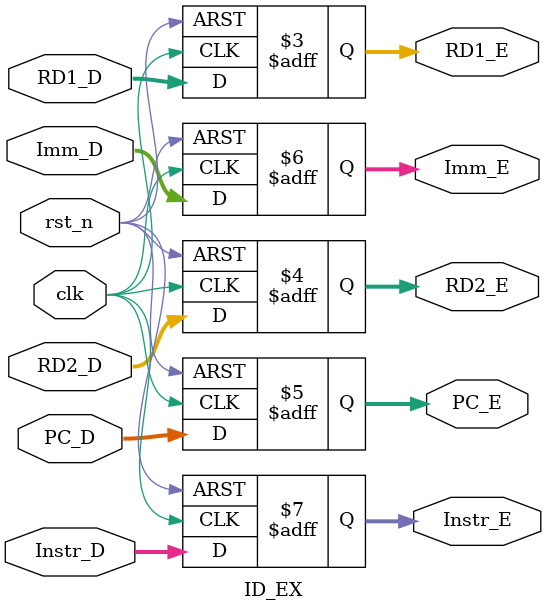
<source format=v>
module ID_EX (
  input clk,
  input rst_n,
  input [31:0] PC_D, 
  input [31:0] RD1_D,
  input [31:0] RD2_D,
  input [31:0] Imm_D,
  input [31:0] Instr_D,
  output [31:0] RD1_E,
  output [31:0] RD2_E,
  output [31:0] PC_E, 
  output [31:0] Imm_E,
  output [31:0] Instr_E
);

always @( posedge clk, negedge rst_n ) begin
  if (~rst_n) begin
    RD1_E <= 0;
    RD2_E <= 0;
    PC_E  <= 0;
    Imm_E <= 0;
    Instr_E <= 0;
  end
  else begin
    RD1_E <= RD1_D;
    RD2_E <= RD2_D;
    PC_E  <= PC_D;
    Imm_E <= Imm_D;
    Instr_E <= Instr_D;
  end
end

endmodule
</source>
